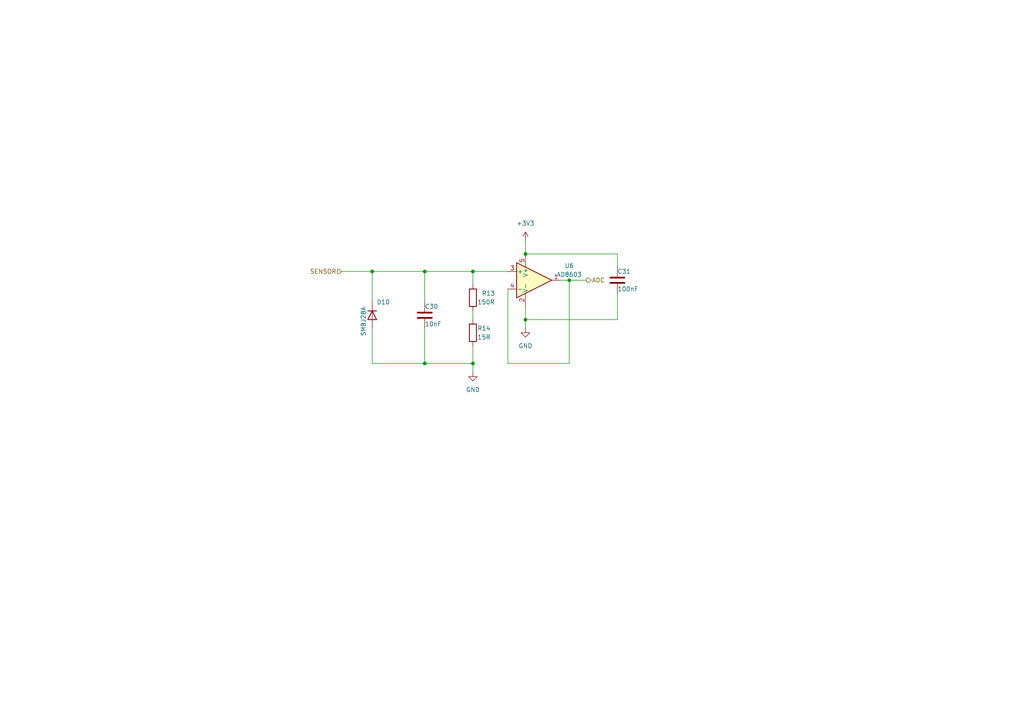
<source format=kicad_sch>
(kicad_sch (version 20230121) (generator eeschema)
  (paper "A4")
  (title_block (title "2023 Staj Projesi") (date "2023-07-24") (rev "1.0") (company "Hidro Elektronik") (comment 1 "Mehmet Emre SAYGI(2019513057@ogr.cu.edu.tr)") (comment 2 "Yilmaz Can DURAN(duranyilmazcan@gmail.com)") (comment 3 "Asli VEZIR(vezirasli@gmail.com)"))
  (lib_symbols
    (symbol "Amplifier_Operational:AD8603" (pin_names (offset 0.127))
      (property "Reference" "U" (at 0 5.08 0))
      (property "Value" "AD8603" (at 0 -5.08 0))
      (symbol "AD8603_0_1"
        (polyline (pts (xy -5.08 5.08) (xy 5.08 0) (xy -5.08 -5.08) (xy -5.08 5.08)) (stroke (width 0.254)) (fill (type background)))
        (pin power_in line (at -2.54 -7.62 90) (length 3.81) (name "V-") (number "2"))
        (pin power_in line (at -2.54 7.62 270) (length 3.81) (name "V+") (number "5"))
      )
      (symbol "AD8603_1_1"
        (pin output line (at 7.62 0 180) (length 2.54) (name "~") (number "1"))
        (pin input line (at -7.62 2.54 0) (length 2.54) (name "+") (number "3"))
        (pin input line (at -7.62 -2.54 0) (length 2.54) (name "-") (number "4"))
      )
    )
    (symbol "Device:C" (pin_numbers hide) (pin_names (offset 0.254))
      (property "Reference" "C" (at 0.635 2.54 0))
      (property "Value" "C" (at 0.635 -2.54 0))
      (symbol "C_0_1"
        (polyline (pts (xy -2.032 -0.762) (xy 2.032 -0.762)) (stroke (width 0.508)))
        (polyline (pts (xy -2.032 0.762) (xy 2.032 0.762)) (stroke (width 0.508)))
      )
      (symbol "C_1_1"
        (pin passive line (at 0 3.81 270) (length 2.794) (name "~") (number "1"))
        (pin passive line (at 0 -3.81 90) (length 2.794) (name "~") (number "2"))
      )
    )
    (symbol "Device:R" (pin_numbers hide) (pin_names (offset 0))
      (property "Reference" "R" (at 2.032 0 90))
      (property "Value" "R" (at 0 0 90))
      (symbol "R_0_1"
        (rectangle (start -1.016 -2.54) (end 1.016 2.54) (stroke (width 0.254)))
      )
      (symbol "R_1_1"
        (pin passive line (at 0 3.81 270) (length 1.27) (name "~") (number "1"))
        (pin passive line (at 0 -3.81 90) (length 1.27) (name "~") (number "2"))
      )
    )
    (symbol "Diode:1N914" (pin_numbers hide) (pin_names hide)
      (property "Reference" "D" (at 0 2.54 0))
      (property "Value" "1N914" (at 0 -2.54 0))
      (symbol "1N914_0_1"
        (polyline (pts (xy -1.27 1.27) (xy -1.27 -1.27)) (stroke (width 0.254)))
        (polyline (pts (xy 1.27 0) (xy -1.27 0)))
        (polyline (pts (xy 1.27 1.27) (xy 1.27 -1.27) (xy -1.27 0) (xy 1.27 1.27)) (stroke (width 0.254)))
      )
      (symbol "1N914_1_1"
        (pin passive line (at -3.81 0 0) (length 2.54) (name "K") (number "1"))
        (pin passive line (at 3.81 0 180) (length 2.54) (name "A") (number "2"))
      )
    )
    (symbol "power:+3V3" (power) (pin_names (offset 0))
      (property "Value" "+3V3" (at 0 3.556 0))
      (symbol "+3V3_0_1"
        (polyline (pts (xy -0.762 1.27) (xy 0 2.54)))
        (polyline (pts (xy 0 0) (xy 0 2.54)))
        (polyline (pts (xy 0 2.54) (xy 0.762 1.27)))
      )
      (symbol "+3V3_1_1"
        (pin power_in line (at 0 0 90) (length 0) hide (name "+3V3") (number "1"))
      )
    )
    (symbol "power:GND" (power) (pin_names (offset 0))
      (property "Value" "GND" (at 0 -3.81 0))
      (symbol "GND_0_1"
        (polyline (pts (xy 0 0) (xy 0 -1.27) (xy 1.27 -1.27) (xy 0 -2.54) (xy -1.27 -1.27) (xy 0 -1.27)))
      )
      (symbol "GND_1_1"
        (pin power_in line (at 0 0 270) (length 0) hide (name "GND") (number "1"))
      )
    )
  )
  (junction (at 152.4 73.66))
  (junction (at 137.16 78.74))
  (junction (at 123.19 105.41))
  (junction (at 137.16 105.41))
  (junction (at 152.4 92.71))
  (junction (at 107.95 78.74))
  (junction (at 123.19 78.74))
  (junction (at 165.1 81.28))
  (wire (pts (xy 123.19 95.25) (xy 123.19 105.41)))
  (wire (pts (xy 99.06 78.74) (xy 107.95 78.74)))
  (wire (pts (xy 107.95 105.41) (xy 107.95 95.25)))
  (wire (pts (xy 137.16 100.33) (xy 137.16 105.41)))
  (wire (pts (xy 137.16 105.41) (xy 137.16 107.95)))
  (wire (pts (xy 165.1 81.28) (xy 165.1 105.41)))
  (wire (pts (xy 137.16 78.74) (xy 137.16 82.55)))
  (wire (pts (xy 152.4 95.25) (xy 152.4 92.71)))
  (wire (pts (xy 147.32 105.41) (xy 165.1 105.41)))
  (wire (pts (xy 165.1 81.28) (xy 170.18 81.28)))
  (wire (pts (xy 137.16 78.74) (xy 147.32 78.74)))
  (wire (pts (xy 152.4 92.71) (xy 152.4 88.9)))
  (wire (pts (xy 152.4 69.85) (xy 152.4 73.66)))
  (wire (pts (xy 179.07 85.09) (xy 179.07 92.71)))
  (wire (pts (xy 123.19 105.41) (xy 137.16 105.41)))
  (wire (pts (xy 107.95 87.63) (xy 107.95 78.74)))
  (wire (pts (xy 123.19 78.74) (xy 123.19 87.63)))
  (wire (pts (xy 162.56 81.28) (xy 165.1 81.28)))
  (wire (pts (xy 107.95 78.74) (xy 123.19 78.74)))
  (wire (pts (xy 152.4 73.66) (xy 179.07 73.66)))
  (wire (pts (xy 179.07 92.71) (xy 152.4 92.71)))
  (wire (pts (xy 147.32 83.82) (xy 147.32 105.41)))
  (wire (pts (xy 179.07 73.66) (xy 179.07 77.47)))
  (wire (pts (xy 123.19 78.74) (xy 137.16 78.74)))
  (wire (pts (xy 123.19 105.41) (xy 107.95 105.41)))
  (wire (pts (xy 137.16 90.17) (xy 137.16 92.71)))
  (hierarchical_label "SENSOR" (shape input) (at 99.06 78.74 180))
  (hierarchical_label "ADC" (shape output) (at 170.18 81.28 0))
  (symbol (lib_id "Device:C") (at 179.07 81.28 0) (unit 1)
    (property "Reference" "C31" (at 179.07 78.74 0) (effects (justify left)))
    (property "Value" "100nF" (at 179.07 83.82 0) (effects (justify left)))
    (property "Footprint" "Capacitor_SMD:C_0603_1608Metric" (effects hide))
  )
  (symbol (lib_id "Device:R") (at 137.16 86.36 0) (unit 1)
    (property "Reference" "R13" (at 139.7 85.09 0) (effects (justify left)))
    (property "Value" "150R" (at 138.43 87.63 0) (effects (justify left)))
    (property "Footprint" "Resistor_SMD:R_0603_1608Metric" (effects hide))
  )
  (symbol (lib_id "power:GND") (at 152.4 95.25 0) (unit 1)
    (property "Reference" "#PWR042" (effects hide))
    (property "Value" "GND" (at 152.4 100.33 0))
  )
  (symbol (lib_id "Amplifier_Operational:AD8603") (at 154.94 81.28 0) (unit 1)
    (property "Reference" "U6" (at 165.1 77.0891 0))
    (property "Value" "AD8603" (at 165.1 79.6291 0))
    (property "Footprint" "Package_TO_SOT_SMD:TSOT-23-5" (effects hide))
    (property "Datasheet" "https://www.analog.com/media/en/technical-documentation/data-sheets/AD8603_8607_8609.pdf" (effects hide))
  )
  (symbol (lib_id "Diode:1N914") (at 107.95 91.44 270) (unit 1)
    (property "Reference" "D10" (at 109.22 87.63 90) (effects (justify left)))
    (property "Value" "SMBJ28A" (at 105.41 88.9 0) (effects (justify left)))
    (property "Footprint" "Diode_THT:D_DO-35_SOD27_P7.62mm_Horizontal" (effects hide))
    (property "Datasheet" "http://www.vishay.com/docs/85622/1n914.pdf" (effects hide))
    (property "Sim.Device" "D" (effects hide))
    (property "Sim.Pins" "1=K 2=A" (effects hide))
  )
  (symbol (lib_id "Device:R") (at 137.16 96.52 0) (unit 1)
    (property "Reference" "R14" (at 138.43 95.25 0) (effects (justify left)))
    (property "Value" "15R" (at 138.43 97.79 0) (effects (justify left)))
    (property "Footprint" "Resistor_SMD:R_0603_1608Metric" (effects hide))
  )
  (symbol (lib_id "power:+3V3") (at 152.4 69.85 0) (unit 1)
    (property "Reference" "#PWR041" (effects hide))
    (property "Value" "+3V3" (at 152.4 64.77 0))
  )
  (symbol (lib_id "power:GND") (at 137.16 107.95 0) (unit 1)
    (property "Reference" "#PWR040" (effects hide))
    (property "Value" "GND" (at 137.16 113.03 0))
  )
  (symbol (lib_id "Device:C") (at 123.19 91.44 0) (unit 1)
    (property "Reference" "C30" (at 123.19 88.9 0) (effects (justify left)))
    (property "Value" "10nF" (at 123.19 93.98 0) (effects (justify left)))
    (property "Footprint" "Capacitor_SMD:C_0603_1608Metric" (effects hide))
  )
)
</source>
